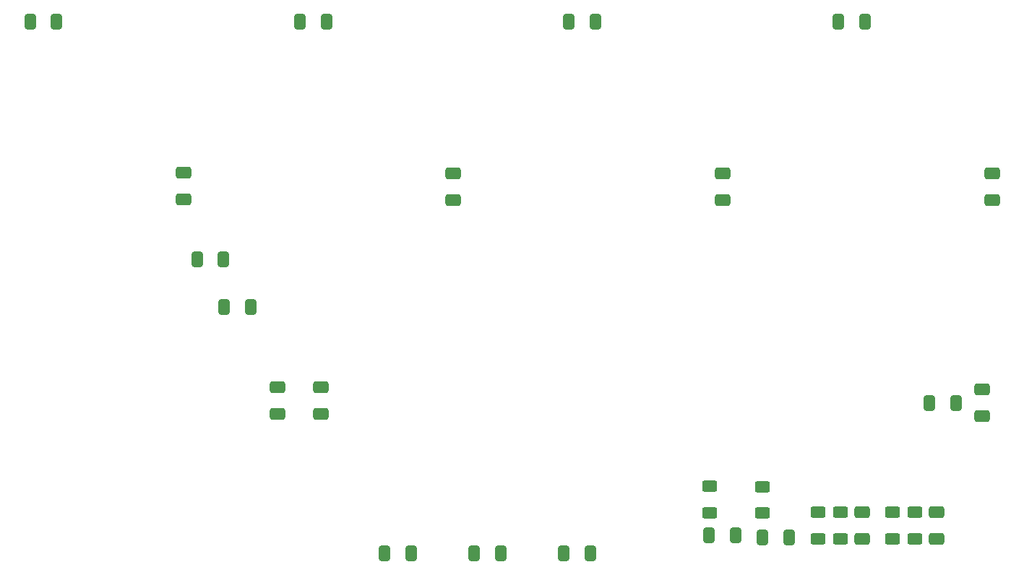
<source format=gbp>
G04 #@! TF.GenerationSoftware,KiCad,Pcbnew,8.0.8*
G04 #@! TF.CreationDate,2025-02-15T21:21:22+01:00*
G04 #@! TF.ProjectId,stepperpcb,73746570-7065-4727-9063-622e6b696361,rev?*
G04 #@! TF.SameCoordinates,Original*
G04 #@! TF.FileFunction,Paste,Bot*
G04 #@! TF.FilePolarity,Positive*
%FSLAX46Y46*%
G04 Gerber Fmt 4.6, Leading zero omitted, Abs format (unit mm)*
G04 Created by KiCad (PCBNEW 8.0.8) date 2025-02-15 21:21:22*
%MOMM*%
%LPD*%
G01*
G04 APERTURE LIST*
G04 Aperture macros list*
%AMRoundRect*
0 Rectangle with rounded corners*
0 $1 Rounding radius*
0 $2 $3 $4 $5 $6 $7 $8 $9 X,Y pos of 4 corners*
0 Add a 4 corners polygon primitive as box body*
4,1,4,$2,$3,$4,$5,$6,$7,$8,$9,$2,$3,0*
0 Add four circle primitives for the rounded corners*
1,1,$1+$1,$2,$3*
1,1,$1+$1,$4,$5*
1,1,$1+$1,$6,$7*
1,1,$1+$1,$8,$9*
0 Add four rect primitives between the rounded corners*
20,1,$1+$1,$2,$3,$4,$5,0*
20,1,$1+$1,$4,$5,$6,$7,0*
20,1,$1+$1,$6,$7,$8,$9,0*
20,1,$1+$1,$8,$9,$2,$3,0*%
G04 Aperture macros list end*
%ADD10RoundRect,0.250000X-0.412500X-0.650000X0.412500X-0.650000X0.412500X0.650000X-0.412500X0.650000X0*%
%ADD11RoundRect,0.250000X-0.625000X0.400000X-0.625000X-0.400000X0.625000X-0.400000X0.625000X0.400000X0*%
%ADD12RoundRect,0.250000X-0.650000X0.412500X-0.650000X-0.412500X0.650000X-0.412500X0.650000X0.412500X0*%
%ADD13RoundRect,0.250000X0.650000X-0.412500X0.650000X0.412500X-0.650000X0.412500X-0.650000X-0.412500X0*%
%ADD14RoundRect,0.250000X0.412500X0.650000X-0.412500X0.650000X-0.412500X-0.650000X0.412500X-0.650000X0*%
G04 APERTURE END LIST*
D10*
X172112500Y-107356000D03*
X168987500Y-107356000D03*
D11*
X169025400Y-104665600D03*
X169025400Y-101565600D03*
D12*
X186882400Y-107712400D03*
X186882400Y-104587400D03*
D11*
X184342400Y-107712400D03*
X184342400Y-104612400D03*
X181770400Y-107712400D03*
X181770400Y-104612400D03*
X190508000Y-107712400D03*
X190508000Y-104612400D03*
D10*
X187250200Y-47152000D03*
X184125200Y-47152000D03*
D13*
X202125200Y-64902000D03*
X202125200Y-68027000D03*
D10*
X155703400Y-47152000D03*
X152578400Y-47152000D03*
D13*
X170578400Y-64902000D03*
X170578400Y-68027000D03*
D10*
X124156600Y-47152000D03*
X121031600Y-47152000D03*
D13*
X139031600Y-64902000D03*
X139031600Y-68027000D03*
D10*
X155107600Y-109475000D03*
X151982600Y-109475000D03*
X144615600Y-109422400D03*
X141490600Y-109422400D03*
D14*
X197931200Y-91862000D03*
X194806200Y-91862000D03*
D12*
X200979200Y-93386000D03*
X200979200Y-90261000D03*
D11*
X193080000Y-107712400D03*
X193080000Y-104612400D03*
D13*
X107427200Y-64857200D03*
X107427200Y-67982200D03*
D10*
X134108400Y-109398800D03*
X130983400Y-109398800D03*
D11*
X175223000Y-104716400D03*
X175223000Y-101616400D03*
D12*
X195620000Y-107712400D03*
X195620000Y-104587400D03*
D13*
X123509200Y-93081200D03*
X123509200Y-89956200D03*
D10*
X92552200Y-47107200D03*
X89427200Y-47107200D03*
X178348000Y-107585400D03*
X175223000Y-107585400D03*
D14*
X112180800Y-80584400D03*
X115305800Y-80584400D03*
D10*
X112105400Y-74996400D03*
X108980400Y-74996400D03*
D13*
X118429200Y-93081200D03*
X118429200Y-89956200D03*
M02*

</source>
